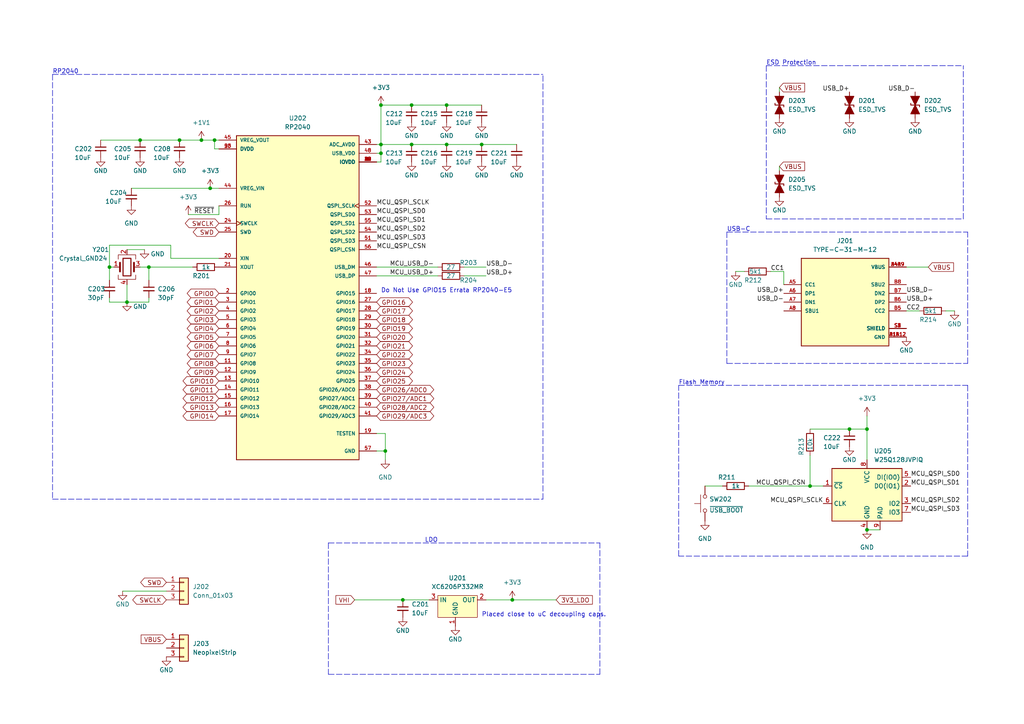
<source format=kicad_sch>
(kicad_sch (version 20211123) (generator eeschema)
  (paper "A4")
  (title_block (title "RP2040 Template") (date "2022-05-18") (rev "4") (company "J & R Creative Technologies Inc.") (comment 1 "@RangenMichael") (comment 2 "https://twitter.com/RangenMichael") (comment 3 "MIT License") (comment 4 "https://github.com/mrangen/RP2040-Dev-Board"))
  (lib_symbols
    (symbol "BreadstickLibrary:AZ1117R-3.3TRE1"
      (property "Reference" "U" (at 0 7.62 0))
      (property "Value" "AZ1117R-3.3TRE1" (at 1.27 5.08 0))
      (symbol "AZ1117R-3.3TRE1_0_0"
        (pin power_out line (at 0 -6.35 90) (length 2.54) (name "GND") (number "1"))
        (pin power_out line (at 8.89 1.27 180) (length 2.54) (name "OUT") (number "2"))
        (pin power_in line (at -7.62 1.27 0) (length 2.54) (name "IN") (number "3"))
      )
      (symbol "AZ1117R-3.3TRE1_0_1"
        (rectangle (start -5.08 2.54) (end 6.35 -3.81) (fill (type background)))
      )
    )
    (symbol "Connector_Generic:Conn_01x03" (pin_names (offset 1.016) hide)
      (property "Reference" "J" (at 0 5.08 0))
      (property "Value" "Conn_01x03" (at 0 -5.08 0))
      (symbol "Conn_01x03_1_1"
        (rectangle (start -1.27 -2.413) (end 0 -2.667) (stroke (width 0.1524)))
        (rectangle (start -1.27 0.127) (end 0 -0.127) (stroke (width 0.1524)))
        (rectangle (start -1.27 2.667) (end 0 2.413) (stroke (width 0.1524)))
        (rectangle (start -1.27 3.81) (end 1.27 -3.81) (stroke (width 0.254)) (fill (type background)))
        (pin passive line (at -5.08 2.54 0) (length 3.81) (name "Pin_1") (number "1"))
        (pin passive line (at -5.08 0 0) (length 3.81) (name "Pin_2") (number "2"))
        (pin passive line (at -5.08 -2.54 0) (length 3.81) (name "Pin_3") (number "3"))
      )
    )
    (symbol "Device:C_Small" (pin_numbers hide) (pin_names (offset 0.254) hide)
      (property "Reference" "C" (at 0.254 1.778 0))
      (property "Value" "C_Small" (at 0.254 -2.032 0))
      (symbol "C_Small_0_1"
        (polyline (pts (xy -1.524 -0.508) (xy 1.524 -0.508)) (stroke (width 0.3302)))
        (polyline (pts (xy -1.524 0.508) (xy 1.524 0.508)) (stroke (width 0.3048)))
      )
      (symbol "C_Small_1_1"
        (pin passive line (at 0 2.54 270) (length 2.032) (name "~") (number "1"))
        (pin passive line (at 0 -2.54 90) (length 2.032) (name "~") (number "2"))
      )
    )
    (symbol "Device:Crystal_GND24" (pin_names (offset 1.016) hide)
      (property "Reference" "Y" (at 3.175 5.08 0))
      (property "Value" "Crystal_GND24" (at 3.175 3.175 0))
      (symbol "Crystal_GND24_0_1"
        (rectangle (start -1.143 2.54) (end 1.143 -2.54) (stroke (width 0.3048)))
        (polyline (pts (xy -2.54 0) (xy -2.032 0)))
        (polyline (pts (xy -2.032 -1.27) (xy -2.032 1.27)) (stroke (width 0.508)))
        (polyline (pts (xy 0 -3.81) (xy 0 -3.556)))
        (polyline (pts (xy 0 3.556) (xy 0 3.81)))
        (polyline (pts (xy 2.032 -1.27) (xy 2.032 1.27)) (stroke (width 0.508)))
        (polyline (pts (xy 2.032 0) (xy 2.54 0)))
        (polyline (pts (xy -2.54 -2.286) (xy -2.54 -3.556) (xy 2.54 -3.556) (xy 2.54 -2.286)))
        (polyline (pts (xy -2.54 2.286) (xy -2.54 3.556) (xy 2.54 3.556) (xy 2.54 2.286)))
      )
      (symbol "Crystal_GND24_1_1"
        (pin passive line (at -3.81 0 0) (length 1.27) (name "1") (number "1"))
        (pin passive line (at 0 5.08 270) (length 1.27) (name "2") (number "2"))
        (pin passive line (at 3.81 0 180) (length 1.27) (name "3") (number "3"))
        (pin passive line (at 0 -5.08 90) (length 1.27) (name "4") (number "4"))
      )
    )
    (symbol "Device:D_TVS_Filled" (pin_numbers hide) (pin_names (offset 1.016) hide)
      (property "Reference" "D" (at 0 2.54 0))
      (property "Value" "D_TVS_Filled" (at 0 -2.54 0))
      (symbol "D_TVS_Filled_0_1"
        (polyline (pts (xy 1.27 0) (xy -1.27 0)))
        (polyline (pts (xy -2.54 -1.27) (xy 0 0) (xy -2.54 1.27) (xy -2.54 -1.27)) (stroke (width 0.254)) (fill (type outline)))
        (polyline (pts (xy 0.508 1.27) (xy 0 1.27) (xy 0 -1.27) (xy -0.508 -1.27)) (stroke (width 0.254)))
        (polyline (pts (xy 2.54 1.27) (xy 2.54 -1.27) (xy 0 0) (xy 2.54 1.27)) (stroke (width 0.254)) (fill (type outline)))
      )
      (symbol "D_TVS_Filled_1_1"
        (pin passive line (at -3.81 0 0) (length 2.54) (name "A1") (number "1"))
        (pin passive line (at 3.81 0 180) (length 2.54) (name "A2") (number "2"))
      )
    )
    (symbol "Device:R" (pin_numbers hide) (pin_names (offset 0))
      (property "Reference" "R" (at 2.032 0 90))
      (property "Value" "R" (at 0 0 90))
      (symbol "R_0_1"
        (rectangle (start -1.016 -2.54) (end 1.016 2.54) (stroke (width 0.254)))
      )
      (symbol "R_1_1"
        (pin passive line (at 0 3.81 270) (length 1.27) (name "~") (number "1"))
        (pin passive line (at 0 -3.81 90) (length 1.27) (name "~") (number "2"))
      )
    )
    (symbol "Memory_Flash:W25Q128JVS"
      (property "Reference" "U205" (at 2.0194 12.7 0))
      (property "Value" "W25Q128JVPIQ" (at 2.0194 10.16 0))
      (symbol "W25Q128JVS_0_1"
        (rectangle (start -10.16 7.62) (end 10.16 -7.62) (stroke (width 0.254)) (fill (type background)))
      )
      (symbol "W25Q128JVS_1_1"
        (pin input line (at -12.7 2.54 0) (length 2.54) (name "~{CS}") (number "1"))
        (pin bidirectional line (at 12.7 2.54 180) (length 2.54) (name "DO(IO1)") (number "2"))
        (pin bidirectional line (at 12.7 -2.54 180) (length 2.54) (name "IO2") (number "3"))
        (pin power_in line (at 0 -10.16 90) (length 2.54) (name "GND") (number "4"))
        (pin bidirectional line (at 12.7 5.08 180) (length 2.54) (name "DI(IO0)") (number "5"))
        (pin input line (at -12.7 -2.54 0) (length 2.54) (name "CLK") (number "6"))
        (pin bidirectional line (at 12.7 -5.08 180) (length 2.54) (name "IO3") (number "7"))
        (pin power_in line (at 0 10.16 270) (length 2.54) (name "VCC") (number "8"))
        (pin input line (at 3.81 -10.16 90) (length 2.54) (name "PAD") (number "9"))
      )
    )
    (symbol "RP2040:RP2040" (pin_names (offset 1.016))
      (property "Reference" "U?" (at 0 53.34 0))
      (property "Value" "RP2040" (at 0 50.8 0))
      (symbol "RP2040_0_0"
        (rectangle (start -17.78 -45.72) (end 17.78 48.26) (stroke (width 0.254)) (fill (type background)))
        (pin power_in line (at 22.86 40.64 180) (length 5.08) (name "IOVDD") (number "1"))
        (pin power_in line (at 22.86 40.64 180) (length 5.08) (name "IOVDD") (number "10"))
        (pin bidirectional line (at -22.86 -17.78 0) (length 5.08) (name "GPIO8") (number "11"))
        (pin bidirectional line (at -22.86 -20.32 0) (length 5.08) (name "GPIO9") (number "12"))
        (pin bidirectional line (at -22.86 -22.86 0) (length 5.08) (name "GPIO10") (number "13"))
        (pin bidirectional line (at -22.86 -25.4 0) (length 5.08) (name "GPIO11") (number "14"))
        (pin bidirectional line (at -22.86 -27.94 0) (length 5.08) (name "GPIO12") (number "15"))
        (pin bidirectional line (at -22.86 -30.48 0) (length 5.08) (name "GPIO13") (number "16"))
        (pin bidirectional line (at -22.86 -33.02 0) (length 5.08) (name "GPIO14") (number "17"))
        (pin bidirectional line (at 22.86 2.54 180) (length 5.08) (name "GPIO15") (number "18"))
        (pin passive line (at 22.86 -38.1 180) (length 5.08) (name "TESTEN") (number "19"))
        (pin bidirectional line (at -22.86 2.54 0) (length 5.08) (name "GPIO0") (number "2"))
        (pin input line (at -22.86 12.7 0) (length 5.08) (name "XIN") (number "20"))
        (pin output line (at -22.86 10.16 0) (length 5.08) (name "XOUT") (number "21"))
        (pin power_in line (at 22.86 40.64 180) (length 5.08) (name "IOVDD") (number "22"))
        (pin power_in line (at -22.86 44.45 0) (length 5.08) (name "DVDD") (number "23"))
        (pin input clock (at -22.86 22.86 0) (length 5.08) (name "SWCLK") (number "24"))
        (pin bidirectional line (at -22.86 20.32 0) (length 5.08) (name "SWD") (number "25"))
        (pin input line (at -22.86 27.94 0) (length 5.08) (name "RUN") (number "26"))
        (pin bidirectional line (at 22.86 0 180) (length 5.08) (name "GPIO16") (number "27"))
        (pin bidirectional line (at 22.86 -2.54 180) (length 5.08) (name "GPIO17") (number "28"))
        (pin bidirectional line (at 22.86 -5.08 180) (length 5.08) (name "GPIO18") (number "29"))
        (pin bidirectional line (at -22.86 0 0) (length 5.08) (name "GPIO1") (number "3"))
        (pin bidirectional line (at 22.86 -7.62 180) (length 5.08) (name "GPIO19") (number "30"))
        (pin bidirectional line (at 22.86 -10.16 180) (length 5.08) (name "GPIO20") (number "31"))
        (pin bidirectional line (at 22.86 -12.7 180) (length 5.08) (name "GPIO21") (number "32"))
        (pin power_in line (at 22.86 40.64 180) (length 5.08) (name "IOVDD") (number "33"))
        (pin bidirectional line (at 22.86 -15.24 180) (length 5.08) (name "GPIO22") (number "34"))
        (pin bidirectional line (at 22.86 -17.78 180) (length 5.08) (name "GPIO23") (number "35"))
        (pin bidirectional line (at 22.86 -20.32 180) (length 5.08) (name "GPIO24") (number "36"))
        (pin bidirectional line (at 22.86 -22.86 180) (length 5.08) (name "GPIO25") (number "37"))
        (pin bidirectional line (at 22.86 -25.4 180) (length 5.08) (name "GPIO26/ADC0") (number "38"))
        (pin bidirectional line (at 22.86 -27.94 180) (length 5.08) (name "GPIO27/ADC1") (number "39"))
        (pin bidirectional line (at -22.86 -2.54 0) (length 5.08) (name "GPIO2") (number "4"))
        (pin bidirectional line (at 22.86 -30.48 180) (length 5.08) (name "GPIO28/ADC2") (number "40"))
        (pin bidirectional line (at 22.86 -33.02 180) (length 5.08) (name "GPIO29/ADC3") (number "41"))
        (pin power_in line (at 22.86 40.64 180) (length 5.08) (name "IOVDD") (number "42"))
        (pin power_in line (at 22.86 45.72 180) (length 5.08) (name "ADC_AVDD") (number "43"))
        (pin input line (at -22.86 33.02 0) (length 5.08) (name "VREG_VIN") (number "44"))
        (pin output line (at -22.86 46.99 0) (length 5.08) (name "VREG_VOUT") (number "45"))
        (pin bidirectional line (at 22.86 10.16 180) (length 5.08) (name "USB_DM") (number "46"))
        (pin bidirectional line (at 22.86 7.62 180) (length 5.08) (name "USB_DP") (number "47"))
        (pin power_in line (at 22.86 43.18 180) (length 5.08) (name "USB_VDD") (number "48"))
        (pin power_in line (at 22.86 40.64 180) (length 5.08) (name "IOVDD") (number "49"))
        (pin bidirectional line (at -22.86 -5.08 0) (length 5.08) (name "GPIO3") (number "5"))
        (pin power_in line (at -22.86 44.45 0) (length 5.08) (name "DVDD") (number "50"))
        (pin bidirectional line (at 22.86 17.78 180) (length 5.08) (name "QSPI_SD3") (number "51"))
        (pin bidirectional clock (at 22.86 27.94 180) (length 5.08) (name "QSPI_SCLK") (number "52"))
        (pin bidirectional line (at 22.86 25.4 180) (length 5.08) (name "QSPI_SD0") (number "53"))
        (pin bidirectional line (at 22.86 20.32 180) (length 5.08) (name "QSPI_SD2") (number "54"))
        (pin bidirectional line (at 22.86 22.86 180) (length 5.08) (name "QSPI_SD1") (number "55"))
        (pin bidirectional line (at 22.86 15.24 180) (length 5.08) (name "QSPI_CSN") (number "56"))
        (pin power_in line (at 22.86 -43.18 180) (length 5.08) (name "GND") (number "57"))
        (pin bidirectional line (at -22.86 -7.62 0) (length 5.08) (name "GPIO4") (number "6"))
        (pin bidirectional line (at -22.86 -10.16 0) (length 5.08) (name "GPIO5") (number "7"))
        (pin bidirectional line (at -22.86 -12.7 0) (length 5.08) (name "GPIO6") (number "8"))
        (pin bidirectional line (at -22.86 -15.24 0) (length 5.08) (name "GPIO7") (number "9"))
      )
    )
    (symbol "Switch:SW_Push" (pin_numbers hide) (pin_names (offset 1.016) hide)
      (property "Reference" "SW" (at 1.27 2.54 0))
      (property "Value" "SW_Push" (at 0 -1.524 0))
      (symbol "SW_Push_0_1"
        (circle (center -2.032 0) (radius 0.508))
        (polyline (pts (xy 0 1.27) (xy 0 3.048)))
        (polyline (pts (xy 2.54 1.27) (xy -2.54 1.27)))
        (circle (center 2.032 0) (radius 0.508))
        (pin passive line (at -5.08 0 0) (length 2.54) (name "1") (number "1"))
        (pin passive line (at 5.08 0 180) (length 2.54) (name "2") (number "2"))
      )
    )
    (symbol "TYPE-C-31-M-12:TYPE-C-31-M-12" (pin_names (offset 1.016))
      (property "Reference" "J" (at -12.7 13.462 0))
      (property "Value" "TYPE-C-31-M-12" (at -12.7 -13.462 0))
      (symbol "TYPE-C-31-M-12_0_0"
        (rectangle (start -12.7 -12.7) (end 12.7 12.7) (stroke (width 0.254)) (fill (type background)))
        (pin power_in line (at 17.78 -10.16 180) (length 5.08) (name "GND") (number "A1B12"))
        (pin power_in line (at 17.78 10.16 180) (length 5.08) (name "VBUS") (number "A4B9"))
        (pin bidirectional line (at -17.78 5.08 0) (length 5.08) (name "CC1") (number "A5"))
        (pin bidirectional line (at -17.78 2.54 0) (length 5.08) (name "DP1") (number "A6"))
        (pin bidirectional line (at -17.78 0 0) (length 5.08) (name "DN1") (number "A7"))
        (pin bidirectional line (at -17.78 -2.54 0) (length 5.08) (name "SBU1") (number "A8"))
        (pin power_in line (at 17.78 -10.16 180) (length 5.08) (name "GND") (number "B1A12"))
        (pin power_in line (at 17.78 10.16 180) (length 5.08) (name "VBUS") (number "B4A9"))
        (pin bidirectional line (at 17.78 -2.54 180) (length 5.08) (name "CC2") (number "B5"))
        (pin bidirectional line (at 17.78 0 180) (length 5.08) (name "DP2") (number "B6"))
        (pin bidirectional line (at 17.78 2.54 180) (length 5.08) (name "DN2") (number "B7"))
        (pin bidirectional line (at 17.78 5.08 180) (length 5.08) (name "SBU2") (number "B8"))
        (pin passive line (at 17.78 -7.62 180) (length 5.08) (name "SHIELD") (number "S1"))
        (pin passive line (at 17.78 -7.62 180) (length 5.08) (name "SHIELD") (number "S2"))
        (pin passive line (at 17.78 -7.62 180) (length 5.08) (name "SHIELD") (number "S3"))
        (pin passive line (at 17.78 -7.62 180) (length 5.08) (name "SHIELD") (number "S4"))
      )
    )
    (symbol "power:+1V1" (power) (pin_names (offset 0))
      (property "Value" "+1V1" (at 0 3.556 0))
      (symbol "+1V1_0_1"
        (polyline (pts (xy -0.762 1.27) (xy 0 2.54)))
        (polyline (pts (xy 0 0) (xy 0 2.54)))
        (polyline (pts (xy 0 2.54) (xy 0.762 1.27)))
      )
      (symbol "+1V1_1_1"
        (pin power_in line (at 0 0 90) (length 0) hide (name "+1V1") (number "1"))
      )
    )
    (symbol "power:+3V3" (power) (pin_names (offset 0))
      (property "Value" "+3V3" (at 0 3.556 0))
      (symbol "+3V3_0_1"
        (polyline (pts (xy -0.762 1.27) (xy 0 2.54)))
        (polyline (pts (xy 0 0) (xy 0 2.54)))
        (polyline (pts (xy 0 2.54) (xy 0.762 1.27)))
      )
      (symbol "+3V3_1_1"
        (pin power_in line (at 0 0 90) (length 0) hide (name "+3V3") (number "1"))
      )
    )
    (symbol "power:GND" (power) (pin_names (offset 0))
      (property "Value" "GND" (at 0 -3.81 0))
      (symbol "GND_0_1"
        (polyline (pts (xy 0 0) (xy 0 -1.27) (xy 1.27 -1.27) (xy 0 -2.54) (xy -1.27 -1.27) (xy 0 -1.27)))
      )
      (symbol "GND_1_1"
        (pin power_in line (at 0 0 270) (length 0) hide (name "GND") (number "1"))
      )
    )
  )
  (junction (at 110.49 41.91))
  (junction (at 40.64 40.64))
  (junction (at 36.83 87.63))
  (junction (at 111.76 130.81))
  (junction (at 129.54 41.91))
  (junction (at 246.38 124.46))
  (junction (at 129.54 30.48))
  (junction (at 110.49 44.45))
  (junction (at 139.7 41.91))
  (junction (at 60.96 54.61))
  (junction (at 43.18 77.47))
  (junction (at 251.46 124.46))
  (junction (at 119.38 30.48))
  (junction (at 251.46 153.67))
  (junction (at 148.59 173.99))
  (junction (at 58.42 40.64))
  (junction (at 52.07 40.64))
  (junction (at 119.38 41.91))
  (junction (at 62.23 40.64))
  (junction (at 110.49 30.48))
  (junction (at 31.75 77.47))
  (junction (at 234.95 140.97))
  (junction (at 116.84 173.99))
  (polyline (pts (xy 15.24 144.78) (xy 157.48 144.78)))
  (polyline (pts (xy 95.25 157.48) (xy 95.25 195.58)))
  (wire (pts (xy 223.52 78.74) (xy 227.33 78.74)))
  (wire (pts (xy 49.53 74.93) (xy 63.5 74.93)))
  (wire (pts (xy 110.49 41.91) (xy 119.38 41.91)))
  (polyline (pts (xy 15.24 21.59) (xy 157.48 21.59)))
  (wire (pts (xy 109.22 80.01) (xy 127 80.01)))
  (wire (pts (xy 63.5 43.18) (xy 62.23 43.18)))
  (wire (pts (xy 140.97 173.99) (xy 148.59 173.99)))
  (wire (pts (xy 35.56 171.45) (xy 48.26 171.45)))
  (wire (pts (xy 148.59 173.99) (xy 161.29 173.99)))
  (wire (pts (xy 234.95 140.97) (xy 234.95 132.08)))
  (wire (pts (xy 31.75 86.36) (xy 31.75 87.63)))
  (wire (pts (xy 119.38 41.91) (xy 129.54 41.91)))
  (polyline (pts (xy 210.82 67.31) (xy 280.67 67.31)))
  (polyline (pts (xy 173.99 195.58) (xy 173.99 157.48)))
  (wire (pts (xy 31.75 71.12) (xy 49.53 71.12)))
  (polyline (pts (xy 222.25 19.05) (xy 222.25 63.5)))
  (wire (pts (xy 36.83 82.55) (xy 36.83 87.63)))
  (polyline (pts (xy 196.85 161.29) (xy 196.85 111.76)))
  (wire (pts (xy 204.47 140.97) (xy 209.55 140.97)))
  (wire (pts (xy 109.22 125.73) (xy 111.76 125.73)))
  (wire (pts (xy 60.96 54.61) (xy 63.5 54.61)))
  (wire (pts (xy 111.76 130.81) (xy 109.22 130.81)))
  (wire (pts (xy 116.84 173.99) (xy 124.46 173.99)))
  (polyline (pts (xy 222.25 19.05) (xy 279.4 19.05)))
  (wire (pts (xy 234.95 124.46) (xy 246.38 124.46)))
  (wire (pts (xy 40.64 77.47) (xy 43.18 77.47)))
  (wire (pts (xy 109.22 41.91) (xy 110.49 41.91)))
  (wire (pts (xy 111.76 130.81) (xy 111.76 133.35)))
  (wire (pts (xy 110.49 41.91) (xy 110.49 30.48)))
  (wire (pts (xy 251.46 120.65) (xy 251.46 124.46)))
  (polyline (pts (xy 222.25 63.5) (xy 279.4 63.5)))
  (wire (pts (xy 31.75 77.47) (xy 31.75 71.12)))
  (wire (pts (xy 102.87 173.99) (xy 116.84 173.99)))
  (wire (pts (xy 109.22 44.45) (xy 110.49 44.45)))
  (wire (pts (xy 110.49 30.48) (xy 119.38 30.48)))
  (wire (pts (xy 40.64 40.64) (xy 52.07 40.64)))
  (wire (pts (xy 262.89 77.47) (xy 269.24 77.47)))
  (polyline (pts (xy 280.67 111.76) (xy 280.67 161.29)))
  (wire (pts (xy 109.22 77.47) (xy 127 77.47)))
  (wire (pts (xy 134.62 77.47) (xy 140.97 77.47)))
  (wire (pts (xy 246.38 124.46) (xy 251.46 124.46)))
  (polyline (pts (xy 210.82 105.41) (xy 280.67 105.41)))
  (wire (pts (xy 129.54 41.91) (xy 139.7 41.91)))
  (wire (pts (xy 134.62 80.01) (xy 140.97 80.01)))
  (wire (pts (xy 31.75 87.63) (xy 36.83 87.63)))
  (wire (pts (xy 227.33 78.74) (xy 227.33 82.55)))
  (wire (pts (xy 110.49 46.99) (xy 110.49 44.45)))
  (wire (pts (xy 43.18 86.36) (xy 43.18 87.63)))
  (wire (pts (xy 119.38 30.48) (xy 129.54 30.48)))
  (wire (pts (xy 274.32 90.17) (xy 276.86 90.17)))
  (polyline (pts (xy 279.4 63.5) (xy 279.4 19.05)))
  (wire (pts (xy 226.06 25.4) (xy 226.06 26.67)))
  (wire (pts (xy 63.5 59.69) (xy 63.5 62.23)))
  (polyline (pts (xy 95.25 157.48) (xy 173.99 157.48)))
  (polyline (pts (xy 280.67 105.41) (xy 280.67 67.31)))
  (wire (pts (xy 129.54 30.48) (xy 139.7 30.48)))
  (wire (pts (xy 33.02 77.47) (xy 31.75 77.47)))
  (wire (pts (xy 213.36 78.74) (xy 215.9 78.74)))
  (polyline (pts (xy 157.48 144.78) (xy 157.48 21.59)))
  (wire (pts (xy 54.61 62.23) (xy 63.5 62.23)))
  (wire (pts (xy 234.95 140.97) (xy 238.76 140.97)))
  (wire (pts (xy 52.07 40.64) (xy 58.42 40.64)))
  (wire (pts (xy 43.18 77.47) (xy 43.18 81.28)))
  (wire (pts (xy 251.46 153.67) (xy 255.27 153.67)))
  (wire (pts (xy 109.22 46.99) (xy 110.49 46.99)))
  (wire (pts (xy 226.06 48.26) (xy 226.06 49.53)))
  (wire (pts (xy 62.23 43.18) (xy 62.23 40.64)))
  (wire (pts (xy 49.53 71.12) (xy 49.53 74.93)))
  (polyline (pts (xy 15.24 21.59) (xy 15.24 144.78)))
  (wire (pts (xy 139.7 41.91) (xy 149.86 41.91)))
  (wire (pts (xy 58.42 40.64) (xy 62.23 40.64)))
  (wire (pts (xy 262.89 90.17) (xy 266.7 90.17)))
  (wire (pts (xy 36.83 87.63) (xy 43.18 87.63)))
  (wire (pts (xy 36.83 72.39) (xy 41.91 72.39)))
  (wire (pts (xy 43.18 77.47) (xy 55.88 77.47)))
  (wire (pts (xy 111.76 125.73) (xy 111.76 130.81)))
  (polyline (pts (xy 196.85 111.76) (xy 280.67 111.76)))
  (wire (pts (xy 29.21 40.64) (xy 40.64 40.64)))
  (wire (pts (xy 62.23 40.64) (xy 63.5 40.64)))
  (polyline (pts (xy 95.25 195.58) (xy 173.99 195.58)))
  (wire (pts (xy 110.49 44.45) (xy 110.49 41.91)))
  (polyline (pts (xy 210.82 67.31) (xy 210.82 105.41)))
  (polyline (pts (xy 280.67 161.29) (xy 196.85 161.29)))
  (wire (pts (xy 217.17 140.97) (xy 234.95 140.97)))
  (wire (pts (xy 31.75 77.47) (xy 31.75 81.28)))
  (wire (pts (xy 251.46 124.46) (xy 251.46 133.35)))
  (wire (pts (xy 38.1 54.61) (xy 60.96 54.61)))
  (text "RP2040" (at 15.24 21.59 0) (effects (font (size 1.27 1.27)) (justify left bottom)))
  (text "Flash Memory" (at 196.85 111.76 0) (effects (font (size 1.27 1.27)) (justify left bottom)))
  (text "LDO" (at 123.19 157.48 0) (effects (font (size 1.27 1.27)) (justify left bottom)))
  (text "ESD Protection" (at 222.25 19.05 0) (effects (font (size 1.27 1.27)) (justify left bottom)))
  (text "Placed close to uC decoupling caps." (at 139.7 179.07 0) (effects (font (size 1.27 1.27)) (justify left bottom)))
  (text "USB-C" (at 210.82 67.31 0) (effects (font (size 1.27 1.27)) (justify left bottom)))
  (text "Do Not Use GPIO15 Errata RP2040-E5" (at 110.49 85.09 0) (effects (font (size 1.27 1.27)) (justify left bottom)))
  (label "USB_D-" (at 265.43 26.67 180))
  (label "MCU_QSPI_SD2" (at 109.22 67.31 0))
  (label "MCU_QSPI_SD0" (at 264.16 138.43 0))
  (label "USB_D+" (at 262.89 87.63 0))
  (label "USB_D+" (at 227.33 85.09 180))
  (label "~{RESET}" (at 62.23 62.23 180))
  (label "MCU_QSPI_SD3" (at 109.22 69.85 0))
  (label "MCU_USB_D+" (at 113.03 80.01 0))
  (label "USB_D+" (at 246.38 26.67 180))
  (label "MCU_QSPI_CSN" (at 233.68 140.97 180))
  (label "MCU_QSPI_SD1" (at 264.16 140.97 0))
  (label "USB_D-" (at 227.33 87.63 180))
  (label "CC1" (at 223.52 78.74 0))
  (label "MCU_QSPI_SCLK" (at 109.22 59.69 0))
  (label "USB_D+" (at 140.97 80.01 0))
  (label "USB_D-" (at 262.89 85.09 0))
  (label "MCU_QSPI_SD0" (at 109.22 62.23 0))
  (label "CC2" (at 262.89 90.17 0))
  (label "MCU_QSPI_SD2" (at 264.16 146.05 0))
  (label "MCU_QSPI_SCLK" (at 238.76 146.05 180))
  (label "USB_D-" (at 140.97 77.47 0))
  (label "MCU_QSPI_SD1" (at 109.22 64.77 0))
  (label "MCU_USB_D-" (at 113.03 77.47 0))
  (label "MCU_QSPI_CSN" (at 109.22 72.39 0))
  (label "MCU_QSPI_SD3" (at 264.16 148.59 0))
  (global_label "GPIO19" (shape tri_state) (at 109.22 95.25 0) (property "Intersheet References" "${INTERSHEET_REFS}" (effects hide)))
  (global_label "GPIO9" (shape tri_state) (at 63.5 107.95 180) (property "Intersheet References" "${INTERSHEET_REFS}" (effects hide)))
  (global_label "GPIO11" (shape tri_state) (at 63.5 113.03 180) (property "Intersheet References" "${INTERSHEET_REFS}" (effects hide)))
  (global_label "VBUS" (shape input) (at 226.06 48.26 0) (property "Intersheet References" "${INTERSHEET_REFS}" (effects hide)))
  (global_label "GPIO14" (shape tri_state) (at 63.5 120.65 180) (property "Intersheet References" "${INTERSHEET_REFS}" (effects hide)))
  (global_label "GPIO23" (shape tri_state) (at 109.22 105.41 0) (property "Intersheet References" "${INTERSHEET_REFS}" (effects hide)))
  (global_label "VHI" (shape input) (at 102.87 173.99 180) (property "Intersheet References" "${INTERSHEET_REFS}" (effects hide)))
  (global_label "GPIO1" (shape tri_state) (at 63.5 87.63 180) (property "Intersheet References" "${INTERSHEET_REFS}" (effects hide)))
  (global_label "GPIO6" (shape tri_state) (at 63.5 100.33 180) (property "Intersheet References" "${INTERSHEET_REFS}" (effects hide)))
  (global_label "GPIO22" (shape tri_state) (at 109.22 102.87 0) (property "Intersheet References" "${INTERSHEET_REFS}" (effects hide)))
  (global_label "SWD" (shape tri_state) (at 63.5 67.31 180) (property "Intersheet References" "${INTERSHEET_REFS}" (effects hide)))
  (global_label "GPIO25" (shape tri_state) (at 109.22 110.49 0) (property "Intersheet References" "${INTERSHEET_REFS}" (effects hide)))
  (global_label "GPIO27{slash}ADC1" (shape tri_state) (at 109.22 115.57 0) (property "Intersheet References" "${INTERSHEET_REFS}" (effects hide)))
  (global_label "SWCLK" (shape tri_state) (at 48.26 173.99 180) (property "Intersheet References" "${INTERSHEET_REFS}" (effects hide)))
  (global_label "3V3_LDO" (shape input) (at 161.29 173.99 0) (property "Intersheet References" "${INTERSHEET_REFS}" (effects hide)))
  (global_label "GPIO8" (shape tri_state) (at 63.5 105.41 180) (property "Intersheet References" "${INTERSHEET_REFS}" (effects hide)))
  (global_label "GPIO24" (shape tri_state) (at 109.22 107.95 0) (property "Intersheet References" "${INTERSHEET_REFS}" (effects hide)))
  (global_label "GPIO4" (shape tri_state) (at 63.5 95.25 180) (property "Intersheet References" "${INTERSHEET_REFS}" (effects hide)))
  (global_label "GPIO29{slash}ADC3" (shape tri_state) (at 109.22 120.65 0) (property "Intersheet References" "${INTERSHEET_REFS}" (effects hide)))
  (global_label "SWCLK" (shape tri_state) (at 63.5 64.77 180) (property "Intersheet References" "${INTERSHEET_REFS}" (effects hide)))
  (global_label "GPIO5" (shape tri_state) (at 63.5 97.79 180) (property "Intersheet References" "${INTERSHEET_REFS}" (effects hide)))
  (global_label "GPIO12" (shape tri_state) (at 63.5 115.57 180) (property "Intersheet References" "${INTERSHEET_REFS}" (effects hide)))
  (global_label "GPIO26{slash}ADC0" (shape tri_state) (at 109.22 113.03 0) (property "Intersheet References" "${INTERSHEET_REFS}" (effects hide)))
  (global_label "GPIO20" (shape tri_state) (at 109.22 97.79 0) (property "Intersheet References" "${INTERSHEET_REFS}" (effects hide)))
  (global_label "GPIO2" (shape tri_state) (at 63.5 90.17 180) (property "Intersheet References" "${INTERSHEET_REFS}" (effects hide)))
  (global_label "VBUS" (shape input) (at 269.24 77.47 0) (property "Intersheet References" "${INTERSHEET_REFS}" (effects hide)))
  (global_label "VBUS" (shape input) (at 48.26 185.42 180) (property "Intersheet References" "${INTERSHEET_REFS}" (effects hide)))
  (global_label "GPIO17" (shape tri_state) (at 109.22 90.17 0) (property "Intersheet References" "${INTERSHEET_REFS}" (effects hide)))
  (global_label "VBUS" (shape input) (at 226.06 25.4 0) (property "Intersheet References" "${INTERSHEET_REFS}" (effects hide)))
  (global_label "SWD" (shape tri_state) (at 48.26 168.91 180) (property "Intersheet References" "${INTERSHEET_REFS}" (effects hide)))
  (global_label "GPIO16" (shape tri_state) (at 109.22 87.63 0) (property "Intersheet References" "${INTERSHEET_REFS}" (effects hide)))
  (global_label "GPIO13" (shape tri_state) (at 63.5 118.11 180) (property "Intersheet References" "${INTERSHEET_REFS}" (effects hide)))
  (global_label "GPIO18" (shape tri_state) (at 109.22 92.71 0) (property "Intersheet References" "${INTERSHEET_REFS}" (effects hide)))
  (global_label "GPIO7" (shape tri_state) (at 63.5 102.87 180) (property "Intersheet References" "${INTERSHEET_REFS}" (effects hide)))
  (global_label "GPIO3" (shape tri_state) (at 63.5 92.71 180) (property "Intersheet References" "${INTERSHEET_REFS}" (effects hide)))
  (global_label "GPIO21" (shape tri_state) (at 109.22 100.33 0) (property "Intersheet References" "${INTERSHEET_REFS}" (effects hide)))
  (global_label "GPIO0" (shape tri_state) (at 63.5 85.09 180) (property "Intersheet References" "${INTERSHEET_REFS}" (effects hide)))
  (global_label "GPIO28{slash}ADC2" (shape tri_state) (at 109.22 118.11 0) (property "Intersheet References" "${INTERSHEET_REFS}" (effects hide)))
  (global_label "GPIO10" (shape tri_state) (at 63.5 110.49 180) (property "Intersheet References" "${INTERSHEET_REFS}" (effects hide)))
  (symbol (lib_id "BreadstickLibrary:AZ1117R-3.3TRE1") (at 132.08 175.26 0) (unit 1)
    (property "Reference" "U201" (at 132.715 167.64 0))
    (property "Value" "XC6206P332MR" (at 132.715 170.18 0))
    (property "Footprint" "Package_TO_SOT_SMD:SOT-23" (effects hide))
    (property "JLCPCB P/N" "C5446" (effects hide))
  )
  (symbol (lib_id "power:+3V3") (at 60.96 54.61 0) (unit 1)
    (property "Reference" "#PWR0213" (effects hide))
    (property "Value" "+3V3" (at 60.96 49.53 0))
  )
  (symbol (lib_id "power:GND") (at 139.7 46.99 0) (unit 1)
    (property "Reference" "#PWR0228" (effects hide))
    (property "Value" "GND" (at 139.7 50.8 0))
  )
  (symbol (lib_id "power:GND") (at 35.56 171.45 0) (unit 1)
    (property "Reference" "#PWR0215" (effects hide))
    (property "Value" "GND" (at 35.56 175.26 0))
  )
  (symbol (lib_id "power:GND") (at 246.38 129.54 0) (unit 1)
    (property "Reference" "#PWR0233" (effects hide))
    (property "Value" "GND" (at 246.38 133.35 0))
  )
  (symbol (lib_id "Device:C_Small") (at 129.54 44.45 0) (unit 1)
    (property "Reference" "C216" (at 121.92 44.45 0) (effects (justify left)))
    (property "Value" "10uF" (at 121.92 46.99 0) (effects (justify left)))
    (property "Footprint" "Breadstick Footprints:Perfect_0402_Cap" (effects hide))
    (property "JLCPCB P/N" "C15525" (effects hide))
  )
  (symbol (lib_id "power:GND") (at 139.7 35.56 0) (unit 1)
    (property "Reference" "#PWR0227" (effects hide))
    (property "Value" "GND" (at 139.7 39.37 0))
  )
  (symbol (lib_id "power:GND") (at 226.06 34.29 0) (unit 1)
    (property "Reference" "#PWR0101" (effects hide))
    (property "Value" "GND" (at 226.06 38.1 0))
  )
  (symbol (lib_id "Device:C_Small") (at 40.64 43.18 0) (unit 1)
    (property "Reference" "C205" (at 33.02 43.18 0) (effects (justify left)))
    (property "Value" "10uF" (at 33.02 45.72 0) (effects (justify left)))
    (property "Footprint" "Breadstick Footprints:Perfect_0402_Cap" (effects hide))
    (property "JLCPCB P/N" "C15525" (effects hide))
  )
  (symbol (lib_id "Device:C_Small") (at 119.38 33.02 0) (unit 1)
    (property "Reference" "C212" (at 111.76 33.02 0) (effects (justify left)))
    (property "Value" "10uF" (at 111.76 35.56 0) (effects (justify left)))
    (property "Footprint" "Breadstick Footprints:Perfect_0402_Cap" (effects hide))
    (property "JLCPCB P/N" "C15525" (effects hide))
  )
  (symbol (lib_id "Device:C_Small") (at 139.7 44.45 0) (unit 1)
    (property "Reference" "C219" (at 132.08 44.45 0) (effects (justify left)))
    (property "Value" "10uF" (at 132.08 46.99 0) (effects (justify left)))
    (property "Footprint" "Breadstick Footprints:Perfect_0402_Cap" (effects hide))
    (property "JLCPCB P/N" "C15525" (effects hide))
  )
  (symbol (lib_id "power:GND") (at 129.54 46.99 0) (unit 1)
    (property "Reference" "#PWR0225" (effects hide))
    (property "Value" "GND" (at 129.54 50.8 0))
  )
  (symbol (lib_id "Device:Crystal_GND24") (at 36.83 77.47 0) (unit 1)
    (property "Reference" "Y201" (at 29.21 72.39 0))
    (property "Value" "Crystal_GND24" (at 24.13 74.93 0))
    (property "Footprint" "X322516MLB4SI:OSC_X322516MLB4SI" (effects hide))
    (property "JLCPCB P/N" "C9002" (effects hide))
  )
  (symbol (lib_id "power:GND") (at 129.54 35.56 0) (unit 1)
    (property "Reference" "#PWR0224" (effects hide))
    (property "Value" "GND" (at 129.54 39.37 0))
  )
  (symbol (lib_id "power:GND") (at 29.21 45.72 0) (unit 1)
    (property "Reference" "#PWR0204" (effects hide))
    (property "Value" "GND" (at 29.21 49.53 0))
  )
  (symbol (lib_id "power:GND") (at 149.86 46.99 0) (unit 1)
    (property "Reference" "#PWR0231" (effects hide))
    (property "Value" "GND" (at 149.86 50.8 0))
  )
  (symbol (lib_id "power:+1V1") (at 58.42 40.64 0) (unit 1)
    (property "Reference" "#PWR0212" (effects hide))
    (property "Value" "+1V1" (at 58.42 35.56 0))
  )
  (symbol (lib_id "power:GND") (at 204.47 151.13 0) (unit 1)
    (property "Reference" "#PWR0237" (effects hide))
    (property "Value" "GND" (at 204.47 156.21 0))
  )
  (symbol (lib_id "power:GND") (at 265.43 34.29 0) (unit 1)
    (property "Reference" "#PWR0103" (effects hide))
    (property "Value" "GND" (at 265.43 38.1 0))
  )
  (symbol (lib_id "Device:C_Small") (at 246.38 127 0) (unit 1)
    (property "Reference" "C222" (at 238.76 127 0) (effects (justify left)))
    (property "Value" "10uF" (at 238.76 129.54 0) (effects (justify left)))
    (property "Footprint" "Breadstick Footprints:Perfect_0402_Cap" (effects hide))
    (property "JLCPCB P/N" "C15525" (effects hide))
  )
  (symbol (lib_id "Device:C_Small") (at 119.38 44.45 0) (unit 1)
    (property "Reference" "C213" (at 111.76 44.45 0) (effects (justify left)))
    (property "Value" "10uF" (at 111.76 46.99 0) (effects (justify left)))
    (property "Footprint" "Breadstick Footprints:Perfect_0402_Cap" (effects hide))
    (property "JLCPCB P/N" "C15525" (effects hide))
  )
  (symbol (lib_id "Device:C_Small") (at 29.21 43.18 0) (unit 1)
    (property "Reference" "C202" (at 21.59 43.18 0) (effects (justify left)))
    (property "Value" "10uF" (at 21.59 45.72 0) (effects (justify left)))
    (property "Footprint" "Breadstick Footprints:Perfect_0402_Cap" (effects hide))
    (property "JLCPCB P/N" "C15525" (effects hide))
  )
  (symbol (lib_id "Device:C_Small") (at 52.07 43.18 0) (unit 1)
    (property "Reference" "C208" (at 44.45 43.18 0) (effects (justify left)))
    (property "Value" "10uF" (at 44.45 45.72 0) (effects (justify left)))
    (property "Footprint" "Breadstick Footprints:Perfect_0402_Cap" (effects hide))
    (property "JLCPCB P/N" "C15525" (effects hide))
  )
  (symbol (lib_id "Device:C_Small") (at 31.75 83.82 0) (unit 1)
    (property "Reference" "C203" (at 25.4 83.82 0) (effects (justify left)))
    (property "Value" "30pF" (at 25.4 86.36 0) (effects (justify left)))
    (property "Footprint" "Breadstick Footprints:Perfect_0402_Cap" (effects hide))
    (property "JLCPCB P/N" "C1570" (effects hide))
  )
  (symbol (lib_id "Device:R") (at 234.95 128.27 180) (unit 1)
    (property "Reference" "R213" (at 232.41 127 90) (effects (justify left)))
    (property "Value" "10k" (at 234.95 127 90) (effects (justify left)))
    (property "Footprint" "Breadstick Footprints:Perfect_0402_Resistor" (effects hide))
    (property "JLCPCB P/N" "C25744" (effects hide))
  )
  (symbol (lib_id "power:GND") (at 132.08 181.61 0) (unit 1)
    (property "Reference" "#PWR0203" (effects hide))
    (property "Value" "GND" (at 132.08 185.42 0))
  )
  (symbol (lib_id "power:GND") (at 119.38 35.56 0) (unit 1)
    (property "Reference" "#PWR0222" (effects hide))
    (property "Value" "GND" (at 119.38 39.37 0))
  )
  (symbol (lib_id "power:GND") (at 52.07 45.72 0) (unit 1)
    (property "Reference" "#PWR0211" (effects hide))
    (property "Value" "GND" (at 52.07 49.53 0))
  )
  (symbol (lib_id "power:+3V3") (at 148.59 173.99 0) (unit 1)
    (property "Reference" "#PWR0209" (effects hide))
    (property "Value" "+3V3" (at 148.59 168.91 0))
  )
  (symbol (lib_id "RP2040:RP2040") (at 86.36 87.63 0) (unit 1)
    (property "Reference" "U202" (at 86.36 34.29 0))
    (property "Value" "RP2040" (at 86.36 36.83 0))
    (property "Footprint" "RP2040:QFN40P700X700X90-57N" (effects hide))
    (property "MAXIMUM_PACKAGE_HEIGHT" "0.9 mm" (effects hide))
    (property "MANUFACTURER" "Raspberry Pi" (effects hide))
    (property "PARTREV" "1.6.1" (effects hide))
    (property "STANDARD" "IPC 7351B" (effects hide))
    (property "JLCPCB P/N" "C2040" (effects hide))
  )
  (symbol (lib_id "Memory_Flash:W25Q128JVS") (at 251.46 143.51 0) (unit 1)
    (property "Reference" "U205" (at 253.4794 130.81 0) (effects (justify left)))
    (property "Value" "W25Q128JVPIQ" (at 253.4794 133.35 0) (effects (justify left)))
    (property "Footprint" "Package_SON:WSON-8-1EP_6x5mm_P1.27mm_EP3.4x4.3mm" (effects hide))
    (property "Datasheet" "http://www.winbond.com/resource-files/w25q128jv_dtr%20revc%2003272018%20plus.pdf" (effects hide))
    (property "JLCPCB P/N" "C190862" (effects hide))
  )
  (symbol (lib_id "Device:R") (at 219.71 78.74 90) (unit 1)
    (property "Reference" "R212" (at 220.98 81.28 90) (effects (justify left)))
    (property "Value" "5k1" (at 220.98 78.74 90) (effects (justify left)))
    (property "Footprint" "Breadstick Footprints:Perfect_0402_Resistor" (effects hide))
    (property "JLCPCB P/N" "C25905" (effects hide))
  )
  (symbol (lib_id "power:GND") (at 276.86 90.17 0) (unit 1)
    (property "Reference" "#PWR0247" (effects hide))
    (property "Value" "GND" (at 276.86 93.98 0))
  )
  (symbol (lib_id "power:GND") (at 36.83 87.63 0) (unit 1)
    (property "Reference" "#PWR0205" (effects hide))
    (property "Value" "GND" (at 40.64 88.9 0))
  )
  (symbol (lib_id "Device:C_Small") (at 129.54 33.02 0) (unit 1)
    (property "Reference" "C215" (at 121.92 33.02 0) (effects (justify left)))
    (property "Value" "10uF" (at 121.92 35.56 0) (effects (justify left)))
    (property "Footprint" "Breadstick Footprints:Perfect_0402_Cap" (effects hide))
    (property "JLCPCB P/N" "C15525" (effects hide))
  )
  (symbol (lib_id "Device:R") (at 59.69 77.47 90) (unit 1)
    (property "Reference" "R201" (at 60.96 80.01 90) (effects (justify left)))
    (property "Value" "1k" (at 60.96 77.47 90) (effects (justify left)))
    (property "Footprint" "Breadstick Footprints:Perfect_0402_Resistor" (effects hide))
    (property "JLCPCB P/N" "C11702" (effects hide))
  )
  (symbol (lib_id "Device:D_TVS_Filled") (at 265.43 30.48 90) (unit 1)
    (property "Reference" "D202" (at 267.97 29.2099 90) (effects (justify right)))
    (property "Value" "ESD_TVS" (at 267.97 31.7499 90) (effects (justify right)))
    (property "Footprint" "Breadstick Footprints:Perfect_0402_Resistor" (effects hide))
    (property "JLCPCB P/N" "C316049" (effects hide))
  )
  (symbol (lib_id "power:GND") (at 226.06 57.15 0) (unit 1)
    (property "Reference" "#PWR0249" (effects hide))
    (property "Value" "GND" (at 226.06 60.96 0))
  )
  (symbol (lib_id "power:GND") (at 116.84 179.07 0) (unit 1)
    (property "Reference" "#PWR0202" (effects hide))
    (property "Value" "GND" (at 116.84 182.88 0))
  )
  (symbol (lib_id "power:GND") (at 40.64 45.72 0) (unit 1)
    (property "Reference" "#PWR0207" (effects hide))
    (property "Value" "GND" (at 40.64 49.53 0))
  )
  (symbol (lib_id "TYPE-C-31-M-12:TYPE-C-31-M-12") (at 245.11 87.63 0) (unit 1)
    (property "Reference" "J201" (at 245.11 69.85 0))
    (property "Value" "TYPE-C-31-M-12" (at 245.11 72.39 0))
    (property "Footprint" "TYPE-C-31-M-12:HRO_TYPE-C-31-M-12" (effects hide))
    (property "MANUFACTURER" "HRO Electronics" (effects hide))
    (property "PARTREV" "A" (effects hide))
    (property "STANDARD" "Manufacturer Recommendations" (effects hide))
    (property "MAXIMUM_PACKAGE_HEIGHT" "3.31mm" (effects hide))
    (property "JLCPCB P/N" "C165948" (effects hide))
  )
  (symbol (lib_id "power:GND") (at 48.26 190.5 0) (unit 1)
    (property "Reference" "#PWR0216" (effects hide))
    (property "Value" "GND" (at 48.26 194.31 0))
  )
  (symbol (lib_id "Connector_Generic:Conn_01x03") (at 53.34 171.45 0) (unit 1)
    (property "Reference" "J202" (at 55.88 170.1799 0) (effects (justify left)))
    (property "Value" "Conn_01x03" (at 55.88 172.7199 0) (effects (justify left)))
    (property "Footprint" "Connector_PinHeader_2.54mm:PinHeader_1x03_P2.54mm_Horizontal" (effects hide))
  )
  (symbol (lib_id "power:GND") (at 38.1 59.69 0) (unit 1)
    (property "Reference" "#PWR0206" (effects hide))
    (property "Value" "GND" (at 38.1 64.77 0))
  )
  (symbol (lib_id "power:GND") (at 213.36 78.74 0) (unit 1)
    (property "Reference" "#PWR0238" (effects hide))
    (property "Value" "GND" (at 213.36 82.55 0))
  )
  (symbol (lib_id "power:GND") (at 246.38 34.29 0) (unit 1)
    (property "Reference" "#PWR0243" (effects hide))
    (property "Value" "GND" (at 246.38 38.1 0))
  )
  (symbol (lib_id "Device:R") (at 130.81 77.47 90) (unit 1)
    (property "Reference" "R203" (at 138.43 76.2 90) (effects (justify left)))
    (property "Value" "27" (at 132.08 77.47 90) (effects (justify left)))
    (property "Footprint" "Breadstick Footprints:Perfect_0402_Resistor" (effects hide))
    (property "JLCPCB P/N" "C25100" (effects hide))
  )
  (symbol (lib_id "Connector_Generic:Conn_01x03") (at 53.34 187.96 0) (unit 1)
    (property "Reference" "J203" (at 55.88 186.6899 0) (effects (justify left)))
    (property "Value" "NeopixelStrip" (at 55.88 189.2299 0) (effects (justify left)))
    (property "Footprint" "Breadstick Footprints:NeopixelStrip" (effects hide))
  )
  (symbol (lib_id "power:GND") (at 251.46 153.67 0) (unit 1)
    (property "Reference" "#PWR0241" (effects hide))
    (property "Value" "GND" (at 251.46 158.75 0))
  )
  (symbol (lib_id "power:+3V3") (at 110.49 30.48 0) (unit 1)
    (property "Reference" "#PWR0219" (effects hide))
    (property "Value" "+3V3" (at 110.49 25.4 0))
  )
  (symbol (lib_id "power:+3V3") (at 251.46 120.65 0) (unit 1)
    (property "Reference" "#PWR0240" (effects hide))
    (property "Value" "+3V3" (at 251.46 115.57 0))
  )
  (symbol (lib_id "power:GND") (at 262.89 97.79 0) (unit 1)
    (property "Reference" "#PWR0245" (effects hide))
    (property "Value" "GND" (at 262.89 101.6 0))
  )
  (symbol (lib_id "power:GND") (at 119.38 46.99 0) (unit 1)
    (property "Reference" "#PWR0223" (effects hide))
    (property "Value" "GND" (at 119.38 50.8 0))
  )
  (symbol (lib_id "power:GND") (at 41.91 72.39 0) (unit 1)
    (property "Reference" "#PWR0208" (effects hide))
    (property "Value" "GND" (at 45.72 73.66 0))
  )
  (symbol (lib_id "power:+3V3") (at 54.61 62.23 0) (unit 1)
    (property "Reference" "#PWR0230" (effects hide))
    (property "Value" "+3V3" (at 54.61 57.15 0))
  )
  (symbol (lib_id "Device:D_TVS_Filled") (at 226.06 53.34 90) (unit 1)
    (property "Reference" "D205" (at 228.6 52.0699 90) (effects (justify right)))
    (property "Value" "ESD_TVS" (at 228.6 54.6099 90) (effects (justify right)))
    (property "Footprint" "Breadstick Footprints:Perfect_0402_Resistor" (effects hide))
    (property "JLCPCB P/N" "C316049" (effects hide))
  )
  (symbol (lib_id "Device:C_Small") (at 149.86 44.45 0) (unit 1)
    (property "Reference" "C221" (at 142.24 44.45 0) (effects (justify left)))
    (property "Value" "10uF" (at 142.24 46.99 0) (effects (justify left)))
    (property "Footprint" "Breadstick Footprints:Perfect_0402_Cap" (effects hide))
    (property "JLCPCB P/N" "C15525" (effects hide))
  )
  (symbol (lib_id "Device:R") (at 270.51 90.17 90) (unit 1)
    (property "Reference" "R214" (at 271.78 92.71 90) (effects (justify left)))
    (property "Value" "5k1" (at 271.78 90.17 90) (effects (justify left)))
    (property "Footprint" "Breadstick Footprints:Perfect_0402_Resistor" (effects hide))
    (property "JLCPCB P/N" "C25905" (effects hide))
  )
  (symbol (lib_id "Device:R") (at 130.81 80.01 90) (unit 1)
    (property "Reference" "R204" (at 138.43 81.28 90) (effects (justify left)))
    (property "Value" "27" (at 132.08 80.01 90) (effects (justify left)))
    (property "Footprint" "Breadstick Footprints:Perfect_0402_Resistor" (effects hide))
    (property "JLCPCB P/N" "C25100" (effects hide))
  )
  (symbol (lib_id "Device:D_TVS_Filled") (at 226.06 30.48 90) (unit 1)
    (property "Reference" "D203" (at 228.6 29.2099 90) (effects (justify right)))
    (property "Value" "ESD_TVS" (at 228.6 31.7499 90) (effects (justify right)))
    (property "Footprint" "Breadstick Footprints:Perfect_0402_Resistor" (effects hide))
    (property "JLCPCB P/N" "C316049" (effects hide))
  )
  (symbol (lib_id "Switch:SW_Push") (at 204.47 146.05 90) (unit 1)
    (property "Reference" "SW202" (at 205.74 144.7799 90) (effects (justify right)))
    (property "Value" "~{USB_BOOT}" (at 205.74 147.9549 90) (effects (justify right)))
    (property "Footprint" "Breadstick Footprints:GT-TC029B-H025-L1N" (effects hide))
    (property "JLCPCB P/N" "C843669" (effects hide))
  )
  (symbol (lib_id "Device:R") (at 213.36 140.97 90) (unit 1)
    (property "Reference" "R211" (at 213.36 138.43 90) (effects (justify left)))
    (property "Value" "1k" (at 214.63 140.97 90) (effects (justify left)))
    (property "Footprint" "Breadstick Footprints:Perfect_0402_Resistor" (effects hide))
    (property "JLCPCB P/N" "C11702" (effects hide))
  )
  (symbol (lib_id "Device:C_Small") (at 38.1 57.15 0) (unit 1)
    (property "Reference" "C204" (at 31.75 55.88 0) (effects (justify left)))
    (property "Value" "10uF" (at 30.48 58.42 0) (effects (justify left)))
    (property "Footprint" "Breadstick Footprints:Perfect_0402_Cap" (effects hide))
    (property "JLCPCB P/N" "C15525" (effects hide))
  )
  (symbol (lib_id "Device:C_Small") (at 139.7 33.02 0) (unit 1)
    (property "Reference" "C218" (at 132.08 33.02 0) (effects (justify left)))
    (property "Value" "10uF" (at 132.08 35.56 0) (effects (justify left)))
    (property "Footprint" "Breadstick Footprints:Perfect_0402_Cap" (effects hide))
    (property "JLCPCB P/N" "C15525" (effects hide))
  )
  (symbol (lib_id "Device:D_TVS_Filled") (at 246.38 30.48 90) (unit 1)
    (property "Reference" "D201" (at 248.92 29.2099 90) (effects (justify right)))
    (property "Value" "ESD_TVS" (at 248.92 31.7499 90) (effects (justify right)))
    (property "Footprint" "Breadstick Footprints:Perfect_0402_Resistor" (effects hide))
    (property "JLCPCB P/N" "C316049" (effects hide))
  )
  (symbol (lib_id "Device:C_Small") (at 116.84 176.53 0) (unit 1)
    (property "Reference" "C201" (at 119.38 175.26 0) (effects (justify left)))
    (property "Value" "10uF" (at 119.38 177.8 0) (effects (justify left)))
    (property "Footprint" "Breadstick Footprints:Perfect_0402_Cap" (effects hide))
    (property "JLCPCB P/N" "C15525" (effects hide))
  )
  (symbol (lib_id "Device:C_Small") (at 43.18 83.82 0) (unit 1)
    (property "Reference" "C206" (at 45.72 83.82 0) (effects (justify left)))
    (property "Value" "30pF" (at 45.72 86.36 0) (effects (justify left)))
    (property "Footprint" "Breadstick Footprints:Perfect_0402_Cap" (effects hide))
    (property "JLCPCB P/N" "C1570" (effects hide))
  )
  (symbol (lib_id "power:GND") (at 111.76 133.35 0) (unit 1)
    (property "Reference" "#PWR0220" (effects hide))
    (property "Value" "GND" (at 111.76 138.43 0))
  )
)
</source>
